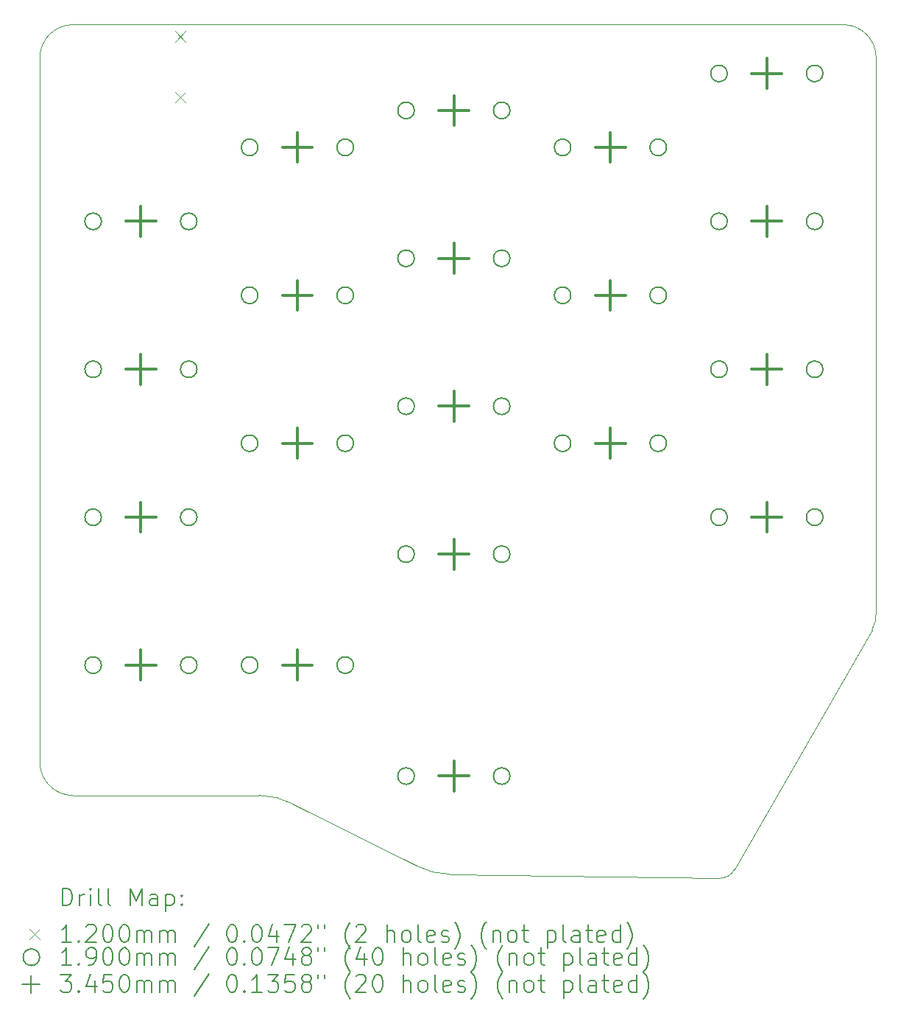
<source format=gbr>
%TF.GenerationSoftware,KiCad,Pcbnew,7.0.9-7.0.9~ubuntu22.04.1*%
%TF.CreationDate,2025-04-09T21:41:56+03:00*%
%TF.ProjectId,Keeb,4b656562-2e6b-4696-9361-645f70636258,rev?*%
%TF.SameCoordinates,Original*%
%TF.FileFunction,Drillmap*%
%TF.FilePolarity,Positive*%
%FSLAX45Y45*%
G04 Gerber Fmt 4.5, Leading zero omitted, Abs format (unit mm)*
G04 Created by KiCad (PCBNEW 7.0.9-7.0.9~ubuntu22.04.1) date 2025-04-09 21:41:56*
%MOMM*%
%LPD*%
G01*
G04 APERTURE LIST*
%ADD10C,0.050000*%
%ADD11C,0.200000*%
%ADD12C,0.120000*%
%ADD13C,0.190000*%
%ADD14C,0.345000*%
G04 APERTURE END LIST*
D10*
X13165124Y-12324546D02*
G75*
G03*
X12784125Y-12229294I-381004J-714374D01*
G01*
X10260000Y-3752044D02*
X10260000Y-11848294D01*
X19880250Y-10133794D02*
X19880250Y-3752044D01*
X13165125Y-12324544D02*
X14593875Y-13038919D01*
X10641000Y-3371045D02*
G75*
G03*
X10260000Y-3752044I-1J-380999D01*
G01*
X18070500Y-13181796D02*
G75*
G03*
X18250944Y-13081516I8120J197876D01*
G01*
X14593876Y-13038918D02*
G75*
G03*
X14974875Y-13134169I381004J714378D01*
G01*
X19499250Y-3371044D02*
X10641000Y-3371044D01*
X19832623Y-10324293D02*
G75*
G03*
X19880250Y-10133794I-357183J190503D01*
G01*
X18250944Y-13081516D02*
X19832625Y-10324294D01*
X19880246Y-3752044D02*
G75*
G03*
X19499250Y-3371044I-380996J4D01*
G01*
X18070500Y-13181794D02*
X14974875Y-13134169D01*
X10259996Y-11848294D02*
G75*
G03*
X10641000Y-12229294I381004J4D01*
G01*
X12784125Y-12229294D02*
X10641000Y-12229294D01*
D11*
D12*
X11812500Y-3446794D02*
X11932500Y-3566794D01*
X11932500Y-3446794D02*
X11812500Y-3566794D01*
X11812500Y-4146794D02*
X11932500Y-4266794D01*
X11932500Y-4146794D02*
X11812500Y-4266794D01*
D13*
X10967500Y-5631794D02*
G75*
G03*
X10967500Y-5631794I-95000J0D01*
G01*
X10967500Y-7331794D02*
G75*
G03*
X10967500Y-7331794I-95000J0D01*
G01*
X10967500Y-9031794D02*
G75*
G03*
X10967500Y-9031794I-95000J0D01*
G01*
X10967500Y-10731794D02*
G75*
G03*
X10967500Y-10731794I-95000J0D01*
G01*
X12067500Y-5631794D02*
G75*
G03*
X12067500Y-5631794I-95000J0D01*
G01*
X12067500Y-7331794D02*
G75*
G03*
X12067500Y-7331794I-95000J0D01*
G01*
X12067500Y-9031794D02*
G75*
G03*
X12067500Y-9031794I-95000J0D01*
G01*
X12067500Y-10731794D02*
G75*
G03*
X12067500Y-10731794I-95000J0D01*
G01*
X12767500Y-4781794D02*
G75*
G03*
X12767500Y-4781794I-95000J0D01*
G01*
X12767500Y-6481794D02*
G75*
G03*
X12767500Y-6481794I-95000J0D01*
G01*
X12767500Y-8181794D02*
G75*
G03*
X12767500Y-8181794I-95000J0D01*
G01*
X12767500Y-10731794D02*
G75*
G03*
X12767500Y-10731794I-95000J0D01*
G01*
X13867500Y-4781794D02*
G75*
G03*
X13867500Y-4781794I-95000J0D01*
G01*
X13867500Y-6481794D02*
G75*
G03*
X13867500Y-6481794I-95000J0D01*
G01*
X13867500Y-8181794D02*
G75*
G03*
X13867500Y-8181794I-95000J0D01*
G01*
X13867500Y-10731794D02*
G75*
G03*
X13867500Y-10731794I-95000J0D01*
G01*
X14567500Y-4356794D02*
G75*
G03*
X14567500Y-4356794I-95000J0D01*
G01*
X14567500Y-6056794D02*
G75*
G03*
X14567500Y-6056794I-95000J0D01*
G01*
X14567500Y-7756794D02*
G75*
G03*
X14567500Y-7756794I-95000J0D01*
G01*
X14567500Y-9456794D02*
G75*
G03*
X14567500Y-9456794I-95000J0D01*
G01*
X14567500Y-12006794D02*
G75*
G03*
X14567500Y-12006794I-95000J0D01*
G01*
X15667500Y-4356794D02*
G75*
G03*
X15667500Y-4356794I-95000J0D01*
G01*
X15667500Y-6056794D02*
G75*
G03*
X15667500Y-6056794I-95000J0D01*
G01*
X15667500Y-7756794D02*
G75*
G03*
X15667500Y-7756794I-95000J0D01*
G01*
X15667500Y-9456794D02*
G75*
G03*
X15667500Y-9456794I-95000J0D01*
G01*
X15667500Y-12006794D02*
G75*
G03*
X15667500Y-12006794I-95000J0D01*
G01*
X16367500Y-4781794D02*
G75*
G03*
X16367500Y-4781794I-95000J0D01*
G01*
X16367500Y-6481794D02*
G75*
G03*
X16367500Y-6481794I-95000J0D01*
G01*
X16367500Y-8181794D02*
G75*
G03*
X16367500Y-8181794I-95000J0D01*
G01*
X17467500Y-4781794D02*
G75*
G03*
X17467500Y-4781794I-95000J0D01*
G01*
X17467500Y-6481794D02*
G75*
G03*
X17467500Y-6481794I-95000J0D01*
G01*
X17467500Y-8181794D02*
G75*
G03*
X17467500Y-8181794I-95000J0D01*
G01*
X18167500Y-3931794D02*
G75*
G03*
X18167500Y-3931794I-95000J0D01*
G01*
X18167500Y-5631794D02*
G75*
G03*
X18167500Y-5631794I-95000J0D01*
G01*
X18167500Y-7331794D02*
G75*
G03*
X18167500Y-7331794I-95000J0D01*
G01*
X18167500Y-9031794D02*
G75*
G03*
X18167500Y-9031794I-95000J0D01*
G01*
X19267500Y-3931794D02*
G75*
G03*
X19267500Y-3931794I-95000J0D01*
G01*
X19267500Y-5631794D02*
G75*
G03*
X19267500Y-5631794I-95000J0D01*
G01*
X19267500Y-7331794D02*
G75*
G03*
X19267500Y-7331794I-95000J0D01*
G01*
X19267500Y-9031794D02*
G75*
G03*
X19267500Y-9031794I-95000J0D01*
G01*
D14*
X11422500Y-5459294D02*
X11422500Y-5804294D01*
X11250000Y-5631794D02*
X11595000Y-5631794D01*
X11422500Y-7159294D02*
X11422500Y-7504294D01*
X11250000Y-7331794D02*
X11595000Y-7331794D01*
X11422500Y-8859294D02*
X11422500Y-9204294D01*
X11250000Y-9031794D02*
X11595000Y-9031794D01*
X11422500Y-10559294D02*
X11422500Y-10904294D01*
X11250000Y-10731794D02*
X11595000Y-10731794D01*
X13222500Y-4609294D02*
X13222500Y-4954294D01*
X13050000Y-4781794D02*
X13395000Y-4781794D01*
X13222500Y-6309294D02*
X13222500Y-6654294D01*
X13050000Y-6481794D02*
X13395000Y-6481794D01*
X13222500Y-8009294D02*
X13222500Y-8354294D01*
X13050000Y-8181794D02*
X13395000Y-8181794D01*
X13222500Y-10559294D02*
X13222500Y-10904294D01*
X13050000Y-10731794D02*
X13395000Y-10731794D01*
X15022500Y-4184294D02*
X15022500Y-4529294D01*
X14850000Y-4356794D02*
X15195000Y-4356794D01*
X15022500Y-5884294D02*
X15022500Y-6229294D01*
X14850000Y-6056794D02*
X15195000Y-6056794D01*
X15022500Y-7584294D02*
X15022500Y-7929294D01*
X14850000Y-7756794D02*
X15195000Y-7756794D01*
X15022500Y-9284294D02*
X15022500Y-9629294D01*
X14850000Y-9456794D02*
X15195000Y-9456794D01*
X15022500Y-11834294D02*
X15022500Y-12179294D01*
X14850000Y-12006794D02*
X15195000Y-12006794D01*
X16822500Y-4609294D02*
X16822500Y-4954294D01*
X16650000Y-4781794D02*
X16995000Y-4781794D01*
X16822500Y-6309294D02*
X16822500Y-6654294D01*
X16650000Y-6481794D02*
X16995000Y-6481794D01*
X16822500Y-8009294D02*
X16822500Y-8354294D01*
X16650000Y-8181794D02*
X16995000Y-8181794D01*
X18622500Y-3759294D02*
X18622500Y-4104294D01*
X18450000Y-3931794D02*
X18795000Y-3931794D01*
X18622500Y-5459294D02*
X18622500Y-5804294D01*
X18450000Y-5631794D02*
X18795000Y-5631794D01*
X18622500Y-7159294D02*
X18622500Y-7504294D01*
X18450000Y-7331794D02*
X18795000Y-7331794D01*
X18622500Y-8859294D02*
X18622500Y-9204294D01*
X18450000Y-9031794D02*
X18795000Y-9031794D01*
D11*
X10518277Y-13495946D02*
X10518277Y-13295946D01*
X10518277Y-13295946D02*
X10565896Y-13295946D01*
X10565896Y-13295946D02*
X10594467Y-13305470D01*
X10594467Y-13305470D02*
X10613515Y-13324517D01*
X10613515Y-13324517D02*
X10623039Y-13343565D01*
X10623039Y-13343565D02*
X10632563Y-13381660D01*
X10632563Y-13381660D02*
X10632563Y-13410232D01*
X10632563Y-13410232D02*
X10623039Y-13448327D01*
X10623039Y-13448327D02*
X10613515Y-13467374D01*
X10613515Y-13467374D02*
X10594467Y-13486422D01*
X10594467Y-13486422D02*
X10565896Y-13495946D01*
X10565896Y-13495946D02*
X10518277Y-13495946D01*
X10718277Y-13495946D02*
X10718277Y-13362613D01*
X10718277Y-13400708D02*
X10727801Y-13381660D01*
X10727801Y-13381660D02*
X10737324Y-13372136D01*
X10737324Y-13372136D02*
X10756372Y-13362613D01*
X10756372Y-13362613D02*
X10775420Y-13362613D01*
X10842086Y-13495946D02*
X10842086Y-13362613D01*
X10842086Y-13295946D02*
X10832563Y-13305470D01*
X10832563Y-13305470D02*
X10842086Y-13314994D01*
X10842086Y-13314994D02*
X10851610Y-13305470D01*
X10851610Y-13305470D02*
X10842086Y-13295946D01*
X10842086Y-13295946D02*
X10842086Y-13314994D01*
X10965896Y-13495946D02*
X10946848Y-13486422D01*
X10946848Y-13486422D02*
X10937324Y-13467374D01*
X10937324Y-13467374D02*
X10937324Y-13295946D01*
X11070658Y-13495946D02*
X11051610Y-13486422D01*
X11051610Y-13486422D02*
X11042086Y-13467374D01*
X11042086Y-13467374D02*
X11042086Y-13295946D01*
X11299229Y-13495946D02*
X11299229Y-13295946D01*
X11299229Y-13295946D02*
X11365896Y-13438803D01*
X11365896Y-13438803D02*
X11432562Y-13295946D01*
X11432562Y-13295946D02*
X11432562Y-13495946D01*
X11613515Y-13495946D02*
X11613515Y-13391184D01*
X11613515Y-13391184D02*
X11603991Y-13372136D01*
X11603991Y-13372136D02*
X11584943Y-13362613D01*
X11584943Y-13362613D02*
X11546848Y-13362613D01*
X11546848Y-13362613D02*
X11527801Y-13372136D01*
X11613515Y-13486422D02*
X11594467Y-13495946D01*
X11594467Y-13495946D02*
X11546848Y-13495946D01*
X11546848Y-13495946D02*
X11527801Y-13486422D01*
X11527801Y-13486422D02*
X11518277Y-13467374D01*
X11518277Y-13467374D02*
X11518277Y-13448327D01*
X11518277Y-13448327D02*
X11527801Y-13429279D01*
X11527801Y-13429279D02*
X11546848Y-13419755D01*
X11546848Y-13419755D02*
X11594467Y-13419755D01*
X11594467Y-13419755D02*
X11613515Y-13410232D01*
X11708753Y-13362613D02*
X11708753Y-13562613D01*
X11708753Y-13372136D02*
X11727801Y-13362613D01*
X11727801Y-13362613D02*
X11765896Y-13362613D01*
X11765896Y-13362613D02*
X11784943Y-13372136D01*
X11784943Y-13372136D02*
X11794467Y-13381660D01*
X11794467Y-13381660D02*
X11803991Y-13400708D01*
X11803991Y-13400708D02*
X11803991Y-13457851D01*
X11803991Y-13457851D02*
X11794467Y-13476898D01*
X11794467Y-13476898D02*
X11784943Y-13486422D01*
X11784943Y-13486422D02*
X11765896Y-13495946D01*
X11765896Y-13495946D02*
X11727801Y-13495946D01*
X11727801Y-13495946D02*
X11708753Y-13486422D01*
X11889705Y-13476898D02*
X11899229Y-13486422D01*
X11899229Y-13486422D02*
X11889705Y-13495946D01*
X11889705Y-13495946D02*
X11880182Y-13486422D01*
X11880182Y-13486422D02*
X11889705Y-13476898D01*
X11889705Y-13476898D02*
X11889705Y-13495946D01*
X11889705Y-13372136D02*
X11899229Y-13381660D01*
X11899229Y-13381660D02*
X11889705Y-13391184D01*
X11889705Y-13391184D02*
X11880182Y-13381660D01*
X11880182Y-13381660D02*
X11889705Y-13372136D01*
X11889705Y-13372136D02*
X11889705Y-13391184D01*
D12*
X10137500Y-13764462D02*
X10257500Y-13884462D01*
X10257500Y-13764462D02*
X10137500Y-13884462D01*
D11*
X10623039Y-13915946D02*
X10508753Y-13915946D01*
X10565896Y-13915946D02*
X10565896Y-13715946D01*
X10565896Y-13715946D02*
X10546848Y-13744517D01*
X10546848Y-13744517D02*
X10527801Y-13763565D01*
X10527801Y-13763565D02*
X10508753Y-13773089D01*
X10708753Y-13896898D02*
X10718277Y-13906422D01*
X10718277Y-13906422D02*
X10708753Y-13915946D01*
X10708753Y-13915946D02*
X10699229Y-13906422D01*
X10699229Y-13906422D02*
X10708753Y-13896898D01*
X10708753Y-13896898D02*
X10708753Y-13915946D01*
X10794467Y-13734994D02*
X10803991Y-13725470D01*
X10803991Y-13725470D02*
X10823039Y-13715946D01*
X10823039Y-13715946D02*
X10870658Y-13715946D01*
X10870658Y-13715946D02*
X10889705Y-13725470D01*
X10889705Y-13725470D02*
X10899229Y-13734994D01*
X10899229Y-13734994D02*
X10908753Y-13754041D01*
X10908753Y-13754041D02*
X10908753Y-13773089D01*
X10908753Y-13773089D02*
X10899229Y-13801660D01*
X10899229Y-13801660D02*
X10784944Y-13915946D01*
X10784944Y-13915946D02*
X10908753Y-13915946D01*
X11032563Y-13715946D02*
X11051610Y-13715946D01*
X11051610Y-13715946D02*
X11070658Y-13725470D01*
X11070658Y-13725470D02*
X11080182Y-13734994D01*
X11080182Y-13734994D02*
X11089705Y-13754041D01*
X11089705Y-13754041D02*
X11099229Y-13792136D01*
X11099229Y-13792136D02*
X11099229Y-13839755D01*
X11099229Y-13839755D02*
X11089705Y-13877851D01*
X11089705Y-13877851D02*
X11080182Y-13896898D01*
X11080182Y-13896898D02*
X11070658Y-13906422D01*
X11070658Y-13906422D02*
X11051610Y-13915946D01*
X11051610Y-13915946D02*
X11032563Y-13915946D01*
X11032563Y-13915946D02*
X11013515Y-13906422D01*
X11013515Y-13906422D02*
X11003991Y-13896898D01*
X11003991Y-13896898D02*
X10994467Y-13877851D01*
X10994467Y-13877851D02*
X10984944Y-13839755D01*
X10984944Y-13839755D02*
X10984944Y-13792136D01*
X10984944Y-13792136D02*
X10994467Y-13754041D01*
X10994467Y-13754041D02*
X11003991Y-13734994D01*
X11003991Y-13734994D02*
X11013515Y-13725470D01*
X11013515Y-13725470D02*
X11032563Y-13715946D01*
X11223039Y-13715946D02*
X11242086Y-13715946D01*
X11242086Y-13715946D02*
X11261134Y-13725470D01*
X11261134Y-13725470D02*
X11270658Y-13734994D01*
X11270658Y-13734994D02*
X11280182Y-13754041D01*
X11280182Y-13754041D02*
X11289705Y-13792136D01*
X11289705Y-13792136D02*
X11289705Y-13839755D01*
X11289705Y-13839755D02*
X11280182Y-13877851D01*
X11280182Y-13877851D02*
X11270658Y-13896898D01*
X11270658Y-13896898D02*
X11261134Y-13906422D01*
X11261134Y-13906422D02*
X11242086Y-13915946D01*
X11242086Y-13915946D02*
X11223039Y-13915946D01*
X11223039Y-13915946D02*
X11203991Y-13906422D01*
X11203991Y-13906422D02*
X11194467Y-13896898D01*
X11194467Y-13896898D02*
X11184943Y-13877851D01*
X11184943Y-13877851D02*
X11175420Y-13839755D01*
X11175420Y-13839755D02*
X11175420Y-13792136D01*
X11175420Y-13792136D02*
X11184943Y-13754041D01*
X11184943Y-13754041D02*
X11194467Y-13734994D01*
X11194467Y-13734994D02*
X11203991Y-13725470D01*
X11203991Y-13725470D02*
X11223039Y-13715946D01*
X11375420Y-13915946D02*
X11375420Y-13782613D01*
X11375420Y-13801660D02*
X11384943Y-13792136D01*
X11384943Y-13792136D02*
X11403991Y-13782613D01*
X11403991Y-13782613D02*
X11432563Y-13782613D01*
X11432563Y-13782613D02*
X11451610Y-13792136D01*
X11451610Y-13792136D02*
X11461134Y-13811184D01*
X11461134Y-13811184D02*
X11461134Y-13915946D01*
X11461134Y-13811184D02*
X11470658Y-13792136D01*
X11470658Y-13792136D02*
X11489705Y-13782613D01*
X11489705Y-13782613D02*
X11518277Y-13782613D01*
X11518277Y-13782613D02*
X11537324Y-13792136D01*
X11537324Y-13792136D02*
X11546848Y-13811184D01*
X11546848Y-13811184D02*
X11546848Y-13915946D01*
X11642086Y-13915946D02*
X11642086Y-13782613D01*
X11642086Y-13801660D02*
X11651610Y-13792136D01*
X11651610Y-13792136D02*
X11670658Y-13782613D01*
X11670658Y-13782613D02*
X11699229Y-13782613D01*
X11699229Y-13782613D02*
X11718277Y-13792136D01*
X11718277Y-13792136D02*
X11727801Y-13811184D01*
X11727801Y-13811184D02*
X11727801Y-13915946D01*
X11727801Y-13811184D02*
X11737324Y-13792136D01*
X11737324Y-13792136D02*
X11756372Y-13782613D01*
X11756372Y-13782613D02*
X11784943Y-13782613D01*
X11784943Y-13782613D02*
X11803991Y-13792136D01*
X11803991Y-13792136D02*
X11813515Y-13811184D01*
X11813515Y-13811184D02*
X11813515Y-13915946D01*
X12203991Y-13706422D02*
X12032563Y-13963565D01*
X12461134Y-13715946D02*
X12480182Y-13715946D01*
X12480182Y-13715946D02*
X12499229Y-13725470D01*
X12499229Y-13725470D02*
X12508753Y-13734994D01*
X12508753Y-13734994D02*
X12518277Y-13754041D01*
X12518277Y-13754041D02*
X12527801Y-13792136D01*
X12527801Y-13792136D02*
X12527801Y-13839755D01*
X12527801Y-13839755D02*
X12518277Y-13877851D01*
X12518277Y-13877851D02*
X12508753Y-13896898D01*
X12508753Y-13896898D02*
X12499229Y-13906422D01*
X12499229Y-13906422D02*
X12480182Y-13915946D01*
X12480182Y-13915946D02*
X12461134Y-13915946D01*
X12461134Y-13915946D02*
X12442086Y-13906422D01*
X12442086Y-13906422D02*
X12432563Y-13896898D01*
X12432563Y-13896898D02*
X12423039Y-13877851D01*
X12423039Y-13877851D02*
X12413515Y-13839755D01*
X12413515Y-13839755D02*
X12413515Y-13792136D01*
X12413515Y-13792136D02*
X12423039Y-13754041D01*
X12423039Y-13754041D02*
X12432563Y-13734994D01*
X12432563Y-13734994D02*
X12442086Y-13725470D01*
X12442086Y-13725470D02*
X12461134Y-13715946D01*
X12613515Y-13896898D02*
X12623039Y-13906422D01*
X12623039Y-13906422D02*
X12613515Y-13915946D01*
X12613515Y-13915946D02*
X12603991Y-13906422D01*
X12603991Y-13906422D02*
X12613515Y-13896898D01*
X12613515Y-13896898D02*
X12613515Y-13915946D01*
X12746848Y-13715946D02*
X12765896Y-13715946D01*
X12765896Y-13715946D02*
X12784944Y-13725470D01*
X12784944Y-13725470D02*
X12794467Y-13734994D01*
X12794467Y-13734994D02*
X12803991Y-13754041D01*
X12803991Y-13754041D02*
X12813515Y-13792136D01*
X12813515Y-13792136D02*
X12813515Y-13839755D01*
X12813515Y-13839755D02*
X12803991Y-13877851D01*
X12803991Y-13877851D02*
X12794467Y-13896898D01*
X12794467Y-13896898D02*
X12784944Y-13906422D01*
X12784944Y-13906422D02*
X12765896Y-13915946D01*
X12765896Y-13915946D02*
X12746848Y-13915946D01*
X12746848Y-13915946D02*
X12727801Y-13906422D01*
X12727801Y-13906422D02*
X12718277Y-13896898D01*
X12718277Y-13896898D02*
X12708753Y-13877851D01*
X12708753Y-13877851D02*
X12699229Y-13839755D01*
X12699229Y-13839755D02*
X12699229Y-13792136D01*
X12699229Y-13792136D02*
X12708753Y-13754041D01*
X12708753Y-13754041D02*
X12718277Y-13734994D01*
X12718277Y-13734994D02*
X12727801Y-13725470D01*
X12727801Y-13725470D02*
X12746848Y-13715946D01*
X12984944Y-13782613D02*
X12984944Y-13915946D01*
X12937325Y-13706422D02*
X12889706Y-13849279D01*
X12889706Y-13849279D02*
X13013515Y-13849279D01*
X13070658Y-13715946D02*
X13203991Y-13715946D01*
X13203991Y-13715946D02*
X13118277Y-13915946D01*
X13270658Y-13734994D02*
X13280182Y-13725470D01*
X13280182Y-13725470D02*
X13299229Y-13715946D01*
X13299229Y-13715946D02*
X13346848Y-13715946D01*
X13346848Y-13715946D02*
X13365896Y-13725470D01*
X13365896Y-13725470D02*
X13375420Y-13734994D01*
X13375420Y-13734994D02*
X13384944Y-13754041D01*
X13384944Y-13754041D02*
X13384944Y-13773089D01*
X13384944Y-13773089D02*
X13375420Y-13801660D01*
X13375420Y-13801660D02*
X13261134Y-13915946D01*
X13261134Y-13915946D02*
X13384944Y-13915946D01*
X13461134Y-13715946D02*
X13461134Y-13754041D01*
X13537325Y-13715946D02*
X13537325Y-13754041D01*
X13832563Y-13992136D02*
X13823039Y-13982613D01*
X13823039Y-13982613D02*
X13803991Y-13954041D01*
X13803991Y-13954041D02*
X13794468Y-13934994D01*
X13794468Y-13934994D02*
X13784944Y-13906422D01*
X13784944Y-13906422D02*
X13775420Y-13858803D01*
X13775420Y-13858803D02*
X13775420Y-13820708D01*
X13775420Y-13820708D02*
X13784944Y-13773089D01*
X13784944Y-13773089D02*
X13794468Y-13744517D01*
X13794468Y-13744517D02*
X13803991Y-13725470D01*
X13803991Y-13725470D02*
X13823039Y-13696898D01*
X13823039Y-13696898D02*
X13832563Y-13687374D01*
X13899229Y-13734994D02*
X13908753Y-13725470D01*
X13908753Y-13725470D02*
X13927801Y-13715946D01*
X13927801Y-13715946D02*
X13975420Y-13715946D01*
X13975420Y-13715946D02*
X13994468Y-13725470D01*
X13994468Y-13725470D02*
X14003991Y-13734994D01*
X14003991Y-13734994D02*
X14013515Y-13754041D01*
X14013515Y-13754041D02*
X14013515Y-13773089D01*
X14013515Y-13773089D02*
X14003991Y-13801660D01*
X14003991Y-13801660D02*
X13889706Y-13915946D01*
X13889706Y-13915946D02*
X14013515Y-13915946D01*
X14251610Y-13915946D02*
X14251610Y-13715946D01*
X14337325Y-13915946D02*
X14337325Y-13811184D01*
X14337325Y-13811184D02*
X14327801Y-13792136D01*
X14327801Y-13792136D02*
X14308753Y-13782613D01*
X14308753Y-13782613D02*
X14280182Y-13782613D01*
X14280182Y-13782613D02*
X14261134Y-13792136D01*
X14261134Y-13792136D02*
X14251610Y-13801660D01*
X14461134Y-13915946D02*
X14442087Y-13906422D01*
X14442087Y-13906422D02*
X14432563Y-13896898D01*
X14432563Y-13896898D02*
X14423039Y-13877851D01*
X14423039Y-13877851D02*
X14423039Y-13820708D01*
X14423039Y-13820708D02*
X14432563Y-13801660D01*
X14432563Y-13801660D02*
X14442087Y-13792136D01*
X14442087Y-13792136D02*
X14461134Y-13782613D01*
X14461134Y-13782613D02*
X14489706Y-13782613D01*
X14489706Y-13782613D02*
X14508753Y-13792136D01*
X14508753Y-13792136D02*
X14518277Y-13801660D01*
X14518277Y-13801660D02*
X14527801Y-13820708D01*
X14527801Y-13820708D02*
X14527801Y-13877851D01*
X14527801Y-13877851D02*
X14518277Y-13896898D01*
X14518277Y-13896898D02*
X14508753Y-13906422D01*
X14508753Y-13906422D02*
X14489706Y-13915946D01*
X14489706Y-13915946D02*
X14461134Y-13915946D01*
X14642087Y-13915946D02*
X14623039Y-13906422D01*
X14623039Y-13906422D02*
X14613515Y-13887374D01*
X14613515Y-13887374D02*
X14613515Y-13715946D01*
X14794468Y-13906422D02*
X14775420Y-13915946D01*
X14775420Y-13915946D02*
X14737325Y-13915946D01*
X14737325Y-13915946D02*
X14718277Y-13906422D01*
X14718277Y-13906422D02*
X14708753Y-13887374D01*
X14708753Y-13887374D02*
X14708753Y-13811184D01*
X14708753Y-13811184D02*
X14718277Y-13792136D01*
X14718277Y-13792136D02*
X14737325Y-13782613D01*
X14737325Y-13782613D02*
X14775420Y-13782613D01*
X14775420Y-13782613D02*
X14794468Y-13792136D01*
X14794468Y-13792136D02*
X14803991Y-13811184D01*
X14803991Y-13811184D02*
X14803991Y-13830232D01*
X14803991Y-13830232D02*
X14708753Y-13849279D01*
X14880182Y-13906422D02*
X14899230Y-13915946D01*
X14899230Y-13915946D02*
X14937325Y-13915946D01*
X14937325Y-13915946D02*
X14956372Y-13906422D01*
X14956372Y-13906422D02*
X14965896Y-13887374D01*
X14965896Y-13887374D02*
X14965896Y-13877851D01*
X14965896Y-13877851D02*
X14956372Y-13858803D01*
X14956372Y-13858803D02*
X14937325Y-13849279D01*
X14937325Y-13849279D02*
X14908753Y-13849279D01*
X14908753Y-13849279D02*
X14889706Y-13839755D01*
X14889706Y-13839755D02*
X14880182Y-13820708D01*
X14880182Y-13820708D02*
X14880182Y-13811184D01*
X14880182Y-13811184D02*
X14889706Y-13792136D01*
X14889706Y-13792136D02*
X14908753Y-13782613D01*
X14908753Y-13782613D02*
X14937325Y-13782613D01*
X14937325Y-13782613D02*
X14956372Y-13792136D01*
X15032563Y-13992136D02*
X15042087Y-13982613D01*
X15042087Y-13982613D02*
X15061134Y-13954041D01*
X15061134Y-13954041D02*
X15070658Y-13934994D01*
X15070658Y-13934994D02*
X15080182Y-13906422D01*
X15080182Y-13906422D02*
X15089706Y-13858803D01*
X15089706Y-13858803D02*
X15089706Y-13820708D01*
X15089706Y-13820708D02*
X15080182Y-13773089D01*
X15080182Y-13773089D02*
X15070658Y-13744517D01*
X15070658Y-13744517D02*
X15061134Y-13725470D01*
X15061134Y-13725470D02*
X15042087Y-13696898D01*
X15042087Y-13696898D02*
X15032563Y-13687374D01*
X15394468Y-13992136D02*
X15384944Y-13982613D01*
X15384944Y-13982613D02*
X15365896Y-13954041D01*
X15365896Y-13954041D02*
X15356372Y-13934994D01*
X15356372Y-13934994D02*
X15346849Y-13906422D01*
X15346849Y-13906422D02*
X15337325Y-13858803D01*
X15337325Y-13858803D02*
X15337325Y-13820708D01*
X15337325Y-13820708D02*
X15346849Y-13773089D01*
X15346849Y-13773089D02*
X15356372Y-13744517D01*
X15356372Y-13744517D02*
X15365896Y-13725470D01*
X15365896Y-13725470D02*
X15384944Y-13696898D01*
X15384944Y-13696898D02*
X15394468Y-13687374D01*
X15470658Y-13782613D02*
X15470658Y-13915946D01*
X15470658Y-13801660D02*
X15480182Y-13792136D01*
X15480182Y-13792136D02*
X15499230Y-13782613D01*
X15499230Y-13782613D02*
X15527801Y-13782613D01*
X15527801Y-13782613D02*
X15546849Y-13792136D01*
X15546849Y-13792136D02*
X15556372Y-13811184D01*
X15556372Y-13811184D02*
X15556372Y-13915946D01*
X15680182Y-13915946D02*
X15661134Y-13906422D01*
X15661134Y-13906422D02*
X15651611Y-13896898D01*
X15651611Y-13896898D02*
X15642087Y-13877851D01*
X15642087Y-13877851D02*
X15642087Y-13820708D01*
X15642087Y-13820708D02*
X15651611Y-13801660D01*
X15651611Y-13801660D02*
X15661134Y-13792136D01*
X15661134Y-13792136D02*
X15680182Y-13782613D01*
X15680182Y-13782613D02*
X15708753Y-13782613D01*
X15708753Y-13782613D02*
X15727801Y-13792136D01*
X15727801Y-13792136D02*
X15737325Y-13801660D01*
X15737325Y-13801660D02*
X15746849Y-13820708D01*
X15746849Y-13820708D02*
X15746849Y-13877851D01*
X15746849Y-13877851D02*
X15737325Y-13896898D01*
X15737325Y-13896898D02*
X15727801Y-13906422D01*
X15727801Y-13906422D02*
X15708753Y-13915946D01*
X15708753Y-13915946D02*
X15680182Y-13915946D01*
X15803992Y-13782613D02*
X15880182Y-13782613D01*
X15832563Y-13715946D02*
X15832563Y-13887374D01*
X15832563Y-13887374D02*
X15842087Y-13906422D01*
X15842087Y-13906422D02*
X15861134Y-13915946D01*
X15861134Y-13915946D02*
X15880182Y-13915946D01*
X16099230Y-13782613D02*
X16099230Y-13982613D01*
X16099230Y-13792136D02*
X16118277Y-13782613D01*
X16118277Y-13782613D02*
X16156373Y-13782613D01*
X16156373Y-13782613D02*
X16175420Y-13792136D01*
X16175420Y-13792136D02*
X16184944Y-13801660D01*
X16184944Y-13801660D02*
X16194468Y-13820708D01*
X16194468Y-13820708D02*
X16194468Y-13877851D01*
X16194468Y-13877851D02*
X16184944Y-13896898D01*
X16184944Y-13896898D02*
X16175420Y-13906422D01*
X16175420Y-13906422D02*
X16156373Y-13915946D01*
X16156373Y-13915946D02*
X16118277Y-13915946D01*
X16118277Y-13915946D02*
X16099230Y-13906422D01*
X16308753Y-13915946D02*
X16289706Y-13906422D01*
X16289706Y-13906422D02*
X16280182Y-13887374D01*
X16280182Y-13887374D02*
X16280182Y-13715946D01*
X16470658Y-13915946D02*
X16470658Y-13811184D01*
X16470658Y-13811184D02*
X16461134Y-13792136D01*
X16461134Y-13792136D02*
X16442087Y-13782613D01*
X16442087Y-13782613D02*
X16403992Y-13782613D01*
X16403992Y-13782613D02*
X16384944Y-13792136D01*
X16470658Y-13906422D02*
X16451611Y-13915946D01*
X16451611Y-13915946D02*
X16403992Y-13915946D01*
X16403992Y-13915946D02*
X16384944Y-13906422D01*
X16384944Y-13906422D02*
X16375420Y-13887374D01*
X16375420Y-13887374D02*
X16375420Y-13868327D01*
X16375420Y-13868327D02*
X16384944Y-13849279D01*
X16384944Y-13849279D02*
X16403992Y-13839755D01*
X16403992Y-13839755D02*
X16451611Y-13839755D01*
X16451611Y-13839755D02*
X16470658Y-13830232D01*
X16537325Y-13782613D02*
X16613515Y-13782613D01*
X16565896Y-13715946D02*
X16565896Y-13887374D01*
X16565896Y-13887374D02*
X16575420Y-13906422D01*
X16575420Y-13906422D02*
X16594468Y-13915946D01*
X16594468Y-13915946D02*
X16613515Y-13915946D01*
X16756373Y-13906422D02*
X16737325Y-13915946D01*
X16737325Y-13915946D02*
X16699230Y-13915946D01*
X16699230Y-13915946D02*
X16680182Y-13906422D01*
X16680182Y-13906422D02*
X16670658Y-13887374D01*
X16670658Y-13887374D02*
X16670658Y-13811184D01*
X16670658Y-13811184D02*
X16680182Y-13792136D01*
X16680182Y-13792136D02*
X16699230Y-13782613D01*
X16699230Y-13782613D02*
X16737325Y-13782613D01*
X16737325Y-13782613D02*
X16756373Y-13792136D01*
X16756373Y-13792136D02*
X16765896Y-13811184D01*
X16765896Y-13811184D02*
X16765896Y-13830232D01*
X16765896Y-13830232D02*
X16670658Y-13849279D01*
X16937325Y-13915946D02*
X16937325Y-13715946D01*
X16937325Y-13906422D02*
X16918277Y-13915946D01*
X16918277Y-13915946D02*
X16880182Y-13915946D01*
X16880182Y-13915946D02*
X16861135Y-13906422D01*
X16861135Y-13906422D02*
X16851611Y-13896898D01*
X16851611Y-13896898D02*
X16842087Y-13877851D01*
X16842087Y-13877851D02*
X16842087Y-13820708D01*
X16842087Y-13820708D02*
X16851611Y-13801660D01*
X16851611Y-13801660D02*
X16861135Y-13792136D01*
X16861135Y-13792136D02*
X16880182Y-13782613D01*
X16880182Y-13782613D02*
X16918277Y-13782613D01*
X16918277Y-13782613D02*
X16937325Y-13792136D01*
X17013516Y-13992136D02*
X17023039Y-13982613D01*
X17023039Y-13982613D02*
X17042087Y-13954041D01*
X17042087Y-13954041D02*
X17051611Y-13934994D01*
X17051611Y-13934994D02*
X17061135Y-13906422D01*
X17061135Y-13906422D02*
X17070658Y-13858803D01*
X17070658Y-13858803D02*
X17070658Y-13820708D01*
X17070658Y-13820708D02*
X17061135Y-13773089D01*
X17061135Y-13773089D02*
X17051611Y-13744517D01*
X17051611Y-13744517D02*
X17042087Y-13725470D01*
X17042087Y-13725470D02*
X17023039Y-13696898D01*
X17023039Y-13696898D02*
X17013516Y-13687374D01*
D13*
X10257500Y-14088462D02*
G75*
G03*
X10257500Y-14088462I-95000J0D01*
G01*
D11*
X10623039Y-14179946D02*
X10508753Y-14179946D01*
X10565896Y-14179946D02*
X10565896Y-13979946D01*
X10565896Y-13979946D02*
X10546848Y-14008517D01*
X10546848Y-14008517D02*
X10527801Y-14027565D01*
X10527801Y-14027565D02*
X10508753Y-14037089D01*
X10708753Y-14160898D02*
X10718277Y-14170422D01*
X10718277Y-14170422D02*
X10708753Y-14179946D01*
X10708753Y-14179946D02*
X10699229Y-14170422D01*
X10699229Y-14170422D02*
X10708753Y-14160898D01*
X10708753Y-14160898D02*
X10708753Y-14179946D01*
X10813515Y-14179946D02*
X10851610Y-14179946D01*
X10851610Y-14179946D02*
X10870658Y-14170422D01*
X10870658Y-14170422D02*
X10880182Y-14160898D01*
X10880182Y-14160898D02*
X10899229Y-14132327D01*
X10899229Y-14132327D02*
X10908753Y-14094232D01*
X10908753Y-14094232D02*
X10908753Y-14018041D01*
X10908753Y-14018041D02*
X10899229Y-13998994D01*
X10899229Y-13998994D02*
X10889705Y-13989470D01*
X10889705Y-13989470D02*
X10870658Y-13979946D01*
X10870658Y-13979946D02*
X10832563Y-13979946D01*
X10832563Y-13979946D02*
X10813515Y-13989470D01*
X10813515Y-13989470D02*
X10803991Y-13998994D01*
X10803991Y-13998994D02*
X10794467Y-14018041D01*
X10794467Y-14018041D02*
X10794467Y-14065660D01*
X10794467Y-14065660D02*
X10803991Y-14084708D01*
X10803991Y-14084708D02*
X10813515Y-14094232D01*
X10813515Y-14094232D02*
X10832563Y-14103755D01*
X10832563Y-14103755D02*
X10870658Y-14103755D01*
X10870658Y-14103755D02*
X10889705Y-14094232D01*
X10889705Y-14094232D02*
X10899229Y-14084708D01*
X10899229Y-14084708D02*
X10908753Y-14065660D01*
X11032563Y-13979946D02*
X11051610Y-13979946D01*
X11051610Y-13979946D02*
X11070658Y-13989470D01*
X11070658Y-13989470D02*
X11080182Y-13998994D01*
X11080182Y-13998994D02*
X11089705Y-14018041D01*
X11089705Y-14018041D02*
X11099229Y-14056136D01*
X11099229Y-14056136D02*
X11099229Y-14103755D01*
X11099229Y-14103755D02*
X11089705Y-14141851D01*
X11089705Y-14141851D02*
X11080182Y-14160898D01*
X11080182Y-14160898D02*
X11070658Y-14170422D01*
X11070658Y-14170422D02*
X11051610Y-14179946D01*
X11051610Y-14179946D02*
X11032563Y-14179946D01*
X11032563Y-14179946D02*
X11013515Y-14170422D01*
X11013515Y-14170422D02*
X11003991Y-14160898D01*
X11003991Y-14160898D02*
X10994467Y-14141851D01*
X10994467Y-14141851D02*
X10984944Y-14103755D01*
X10984944Y-14103755D02*
X10984944Y-14056136D01*
X10984944Y-14056136D02*
X10994467Y-14018041D01*
X10994467Y-14018041D02*
X11003991Y-13998994D01*
X11003991Y-13998994D02*
X11013515Y-13989470D01*
X11013515Y-13989470D02*
X11032563Y-13979946D01*
X11223039Y-13979946D02*
X11242086Y-13979946D01*
X11242086Y-13979946D02*
X11261134Y-13989470D01*
X11261134Y-13989470D02*
X11270658Y-13998994D01*
X11270658Y-13998994D02*
X11280182Y-14018041D01*
X11280182Y-14018041D02*
X11289705Y-14056136D01*
X11289705Y-14056136D02*
X11289705Y-14103755D01*
X11289705Y-14103755D02*
X11280182Y-14141851D01*
X11280182Y-14141851D02*
X11270658Y-14160898D01*
X11270658Y-14160898D02*
X11261134Y-14170422D01*
X11261134Y-14170422D02*
X11242086Y-14179946D01*
X11242086Y-14179946D02*
X11223039Y-14179946D01*
X11223039Y-14179946D02*
X11203991Y-14170422D01*
X11203991Y-14170422D02*
X11194467Y-14160898D01*
X11194467Y-14160898D02*
X11184943Y-14141851D01*
X11184943Y-14141851D02*
X11175420Y-14103755D01*
X11175420Y-14103755D02*
X11175420Y-14056136D01*
X11175420Y-14056136D02*
X11184943Y-14018041D01*
X11184943Y-14018041D02*
X11194467Y-13998994D01*
X11194467Y-13998994D02*
X11203991Y-13989470D01*
X11203991Y-13989470D02*
X11223039Y-13979946D01*
X11375420Y-14179946D02*
X11375420Y-14046613D01*
X11375420Y-14065660D02*
X11384943Y-14056136D01*
X11384943Y-14056136D02*
X11403991Y-14046613D01*
X11403991Y-14046613D02*
X11432563Y-14046613D01*
X11432563Y-14046613D02*
X11451610Y-14056136D01*
X11451610Y-14056136D02*
X11461134Y-14075184D01*
X11461134Y-14075184D02*
X11461134Y-14179946D01*
X11461134Y-14075184D02*
X11470658Y-14056136D01*
X11470658Y-14056136D02*
X11489705Y-14046613D01*
X11489705Y-14046613D02*
X11518277Y-14046613D01*
X11518277Y-14046613D02*
X11537324Y-14056136D01*
X11537324Y-14056136D02*
X11546848Y-14075184D01*
X11546848Y-14075184D02*
X11546848Y-14179946D01*
X11642086Y-14179946D02*
X11642086Y-14046613D01*
X11642086Y-14065660D02*
X11651610Y-14056136D01*
X11651610Y-14056136D02*
X11670658Y-14046613D01*
X11670658Y-14046613D02*
X11699229Y-14046613D01*
X11699229Y-14046613D02*
X11718277Y-14056136D01*
X11718277Y-14056136D02*
X11727801Y-14075184D01*
X11727801Y-14075184D02*
X11727801Y-14179946D01*
X11727801Y-14075184D02*
X11737324Y-14056136D01*
X11737324Y-14056136D02*
X11756372Y-14046613D01*
X11756372Y-14046613D02*
X11784943Y-14046613D01*
X11784943Y-14046613D02*
X11803991Y-14056136D01*
X11803991Y-14056136D02*
X11813515Y-14075184D01*
X11813515Y-14075184D02*
X11813515Y-14179946D01*
X12203991Y-13970422D02*
X12032563Y-14227565D01*
X12461134Y-13979946D02*
X12480182Y-13979946D01*
X12480182Y-13979946D02*
X12499229Y-13989470D01*
X12499229Y-13989470D02*
X12508753Y-13998994D01*
X12508753Y-13998994D02*
X12518277Y-14018041D01*
X12518277Y-14018041D02*
X12527801Y-14056136D01*
X12527801Y-14056136D02*
X12527801Y-14103755D01*
X12527801Y-14103755D02*
X12518277Y-14141851D01*
X12518277Y-14141851D02*
X12508753Y-14160898D01*
X12508753Y-14160898D02*
X12499229Y-14170422D01*
X12499229Y-14170422D02*
X12480182Y-14179946D01*
X12480182Y-14179946D02*
X12461134Y-14179946D01*
X12461134Y-14179946D02*
X12442086Y-14170422D01*
X12442086Y-14170422D02*
X12432563Y-14160898D01*
X12432563Y-14160898D02*
X12423039Y-14141851D01*
X12423039Y-14141851D02*
X12413515Y-14103755D01*
X12413515Y-14103755D02*
X12413515Y-14056136D01*
X12413515Y-14056136D02*
X12423039Y-14018041D01*
X12423039Y-14018041D02*
X12432563Y-13998994D01*
X12432563Y-13998994D02*
X12442086Y-13989470D01*
X12442086Y-13989470D02*
X12461134Y-13979946D01*
X12613515Y-14160898D02*
X12623039Y-14170422D01*
X12623039Y-14170422D02*
X12613515Y-14179946D01*
X12613515Y-14179946D02*
X12603991Y-14170422D01*
X12603991Y-14170422D02*
X12613515Y-14160898D01*
X12613515Y-14160898D02*
X12613515Y-14179946D01*
X12746848Y-13979946D02*
X12765896Y-13979946D01*
X12765896Y-13979946D02*
X12784944Y-13989470D01*
X12784944Y-13989470D02*
X12794467Y-13998994D01*
X12794467Y-13998994D02*
X12803991Y-14018041D01*
X12803991Y-14018041D02*
X12813515Y-14056136D01*
X12813515Y-14056136D02*
X12813515Y-14103755D01*
X12813515Y-14103755D02*
X12803991Y-14141851D01*
X12803991Y-14141851D02*
X12794467Y-14160898D01*
X12794467Y-14160898D02*
X12784944Y-14170422D01*
X12784944Y-14170422D02*
X12765896Y-14179946D01*
X12765896Y-14179946D02*
X12746848Y-14179946D01*
X12746848Y-14179946D02*
X12727801Y-14170422D01*
X12727801Y-14170422D02*
X12718277Y-14160898D01*
X12718277Y-14160898D02*
X12708753Y-14141851D01*
X12708753Y-14141851D02*
X12699229Y-14103755D01*
X12699229Y-14103755D02*
X12699229Y-14056136D01*
X12699229Y-14056136D02*
X12708753Y-14018041D01*
X12708753Y-14018041D02*
X12718277Y-13998994D01*
X12718277Y-13998994D02*
X12727801Y-13989470D01*
X12727801Y-13989470D02*
X12746848Y-13979946D01*
X12880182Y-13979946D02*
X13013515Y-13979946D01*
X13013515Y-13979946D02*
X12927801Y-14179946D01*
X13175420Y-14046613D02*
X13175420Y-14179946D01*
X13127801Y-13970422D02*
X13080182Y-14113279D01*
X13080182Y-14113279D02*
X13203991Y-14113279D01*
X13308753Y-14065660D02*
X13289706Y-14056136D01*
X13289706Y-14056136D02*
X13280182Y-14046613D01*
X13280182Y-14046613D02*
X13270658Y-14027565D01*
X13270658Y-14027565D02*
X13270658Y-14018041D01*
X13270658Y-14018041D02*
X13280182Y-13998994D01*
X13280182Y-13998994D02*
X13289706Y-13989470D01*
X13289706Y-13989470D02*
X13308753Y-13979946D01*
X13308753Y-13979946D02*
X13346848Y-13979946D01*
X13346848Y-13979946D02*
X13365896Y-13989470D01*
X13365896Y-13989470D02*
X13375420Y-13998994D01*
X13375420Y-13998994D02*
X13384944Y-14018041D01*
X13384944Y-14018041D02*
X13384944Y-14027565D01*
X13384944Y-14027565D02*
X13375420Y-14046613D01*
X13375420Y-14046613D02*
X13365896Y-14056136D01*
X13365896Y-14056136D02*
X13346848Y-14065660D01*
X13346848Y-14065660D02*
X13308753Y-14065660D01*
X13308753Y-14065660D02*
X13289706Y-14075184D01*
X13289706Y-14075184D02*
X13280182Y-14084708D01*
X13280182Y-14084708D02*
X13270658Y-14103755D01*
X13270658Y-14103755D02*
X13270658Y-14141851D01*
X13270658Y-14141851D02*
X13280182Y-14160898D01*
X13280182Y-14160898D02*
X13289706Y-14170422D01*
X13289706Y-14170422D02*
X13308753Y-14179946D01*
X13308753Y-14179946D02*
X13346848Y-14179946D01*
X13346848Y-14179946D02*
X13365896Y-14170422D01*
X13365896Y-14170422D02*
X13375420Y-14160898D01*
X13375420Y-14160898D02*
X13384944Y-14141851D01*
X13384944Y-14141851D02*
X13384944Y-14103755D01*
X13384944Y-14103755D02*
X13375420Y-14084708D01*
X13375420Y-14084708D02*
X13365896Y-14075184D01*
X13365896Y-14075184D02*
X13346848Y-14065660D01*
X13461134Y-13979946D02*
X13461134Y-14018041D01*
X13537325Y-13979946D02*
X13537325Y-14018041D01*
X13832563Y-14256136D02*
X13823039Y-14246613D01*
X13823039Y-14246613D02*
X13803991Y-14218041D01*
X13803991Y-14218041D02*
X13794468Y-14198994D01*
X13794468Y-14198994D02*
X13784944Y-14170422D01*
X13784944Y-14170422D02*
X13775420Y-14122803D01*
X13775420Y-14122803D02*
X13775420Y-14084708D01*
X13775420Y-14084708D02*
X13784944Y-14037089D01*
X13784944Y-14037089D02*
X13794468Y-14008517D01*
X13794468Y-14008517D02*
X13803991Y-13989470D01*
X13803991Y-13989470D02*
X13823039Y-13960898D01*
X13823039Y-13960898D02*
X13832563Y-13951374D01*
X13994468Y-14046613D02*
X13994468Y-14179946D01*
X13946848Y-13970422D02*
X13899229Y-14113279D01*
X13899229Y-14113279D02*
X14023039Y-14113279D01*
X14137325Y-13979946D02*
X14156372Y-13979946D01*
X14156372Y-13979946D02*
X14175420Y-13989470D01*
X14175420Y-13989470D02*
X14184944Y-13998994D01*
X14184944Y-13998994D02*
X14194468Y-14018041D01*
X14194468Y-14018041D02*
X14203991Y-14056136D01*
X14203991Y-14056136D02*
X14203991Y-14103755D01*
X14203991Y-14103755D02*
X14194468Y-14141851D01*
X14194468Y-14141851D02*
X14184944Y-14160898D01*
X14184944Y-14160898D02*
X14175420Y-14170422D01*
X14175420Y-14170422D02*
X14156372Y-14179946D01*
X14156372Y-14179946D02*
X14137325Y-14179946D01*
X14137325Y-14179946D02*
X14118277Y-14170422D01*
X14118277Y-14170422D02*
X14108753Y-14160898D01*
X14108753Y-14160898D02*
X14099229Y-14141851D01*
X14099229Y-14141851D02*
X14089706Y-14103755D01*
X14089706Y-14103755D02*
X14089706Y-14056136D01*
X14089706Y-14056136D02*
X14099229Y-14018041D01*
X14099229Y-14018041D02*
X14108753Y-13998994D01*
X14108753Y-13998994D02*
X14118277Y-13989470D01*
X14118277Y-13989470D02*
X14137325Y-13979946D01*
X14442087Y-14179946D02*
X14442087Y-13979946D01*
X14527801Y-14179946D02*
X14527801Y-14075184D01*
X14527801Y-14075184D02*
X14518277Y-14056136D01*
X14518277Y-14056136D02*
X14499230Y-14046613D01*
X14499230Y-14046613D02*
X14470658Y-14046613D01*
X14470658Y-14046613D02*
X14451610Y-14056136D01*
X14451610Y-14056136D02*
X14442087Y-14065660D01*
X14651610Y-14179946D02*
X14632563Y-14170422D01*
X14632563Y-14170422D02*
X14623039Y-14160898D01*
X14623039Y-14160898D02*
X14613515Y-14141851D01*
X14613515Y-14141851D02*
X14613515Y-14084708D01*
X14613515Y-14084708D02*
X14623039Y-14065660D01*
X14623039Y-14065660D02*
X14632563Y-14056136D01*
X14632563Y-14056136D02*
X14651610Y-14046613D01*
X14651610Y-14046613D02*
X14680182Y-14046613D01*
X14680182Y-14046613D02*
X14699230Y-14056136D01*
X14699230Y-14056136D02*
X14708753Y-14065660D01*
X14708753Y-14065660D02*
X14718277Y-14084708D01*
X14718277Y-14084708D02*
X14718277Y-14141851D01*
X14718277Y-14141851D02*
X14708753Y-14160898D01*
X14708753Y-14160898D02*
X14699230Y-14170422D01*
X14699230Y-14170422D02*
X14680182Y-14179946D01*
X14680182Y-14179946D02*
X14651610Y-14179946D01*
X14832563Y-14179946D02*
X14813515Y-14170422D01*
X14813515Y-14170422D02*
X14803991Y-14151374D01*
X14803991Y-14151374D02*
X14803991Y-13979946D01*
X14984944Y-14170422D02*
X14965896Y-14179946D01*
X14965896Y-14179946D02*
X14927801Y-14179946D01*
X14927801Y-14179946D02*
X14908753Y-14170422D01*
X14908753Y-14170422D02*
X14899230Y-14151374D01*
X14899230Y-14151374D02*
X14899230Y-14075184D01*
X14899230Y-14075184D02*
X14908753Y-14056136D01*
X14908753Y-14056136D02*
X14927801Y-14046613D01*
X14927801Y-14046613D02*
X14965896Y-14046613D01*
X14965896Y-14046613D02*
X14984944Y-14056136D01*
X14984944Y-14056136D02*
X14994468Y-14075184D01*
X14994468Y-14075184D02*
X14994468Y-14094232D01*
X14994468Y-14094232D02*
X14899230Y-14113279D01*
X15070658Y-14170422D02*
X15089706Y-14179946D01*
X15089706Y-14179946D02*
X15127801Y-14179946D01*
X15127801Y-14179946D02*
X15146849Y-14170422D01*
X15146849Y-14170422D02*
X15156372Y-14151374D01*
X15156372Y-14151374D02*
X15156372Y-14141851D01*
X15156372Y-14141851D02*
X15146849Y-14122803D01*
X15146849Y-14122803D02*
X15127801Y-14113279D01*
X15127801Y-14113279D02*
X15099230Y-14113279D01*
X15099230Y-14113279D02*
X15080182Y-14103755D01*
X15080182Y-14103755D02*
X15070658Y-14084708D01*
X15070658Y-14084708D02*
X15070658Y-14075184D01*
X15070658Y-14075184D02*
X15080182Y-14056136D01*
X15080182Y-14056136D02*
X15099230Y-14046613D01*
X15099230Y-14046613D02*
X15127801Y-14046613D01*
X15127801Y-14046613D02*
X15146849Y-14056136D01*
X15223039Y-14256136D02*
X15232563Y-14246613D01*
X15232563Y-14246613D02*
X15251611Y-14218041D01*
X15251611Y-14218041D02*
X15261134Y-14198994D01*
X15261134Y-14198994D02*
X15270658Y-14170422D01*
X15270658Y-14170422D02*
X15280182Y-14122803D01*
X15280182Y-14122803D02*
X15280182Y-14084708D01*
X15280182Y-14084708D02*
X15270658Y-14037089D01*
X15270658Y-14037089D02*
X15261134Y-14008517D01*
X15261134Y-14008517D02*
X15251611Y-13989470D01*
X15251611Y-13989470D02*
X15232563Y-13960898D01*
X15232563Y-13960898D02*
X15223039Y-13951374D01*
X15584944Y-14256136D02*
X15575420Y-14246613D01*
X15575420Y-14246613D02*
X15556372Y-14218041D01*
X15556372Y-14218041D02*
X15546849Y-14198994D01*
X15546849Y-14198994D02*
X15537325Y-14170422D01*
X15537325Y-14170422D02*
X15527801Y-14122803D01*
X15527801Y-14122803D02*
X15527801Y-14084708D01*
X15527801Y-14084708D02*
X15537325Y-14037089D01*
X15537325Y-14037089D02*
X15546849Y-14008517D01*
X15546849Y-14008517D02*
X15556372Y-13989470D01*
X15556372Y-13989470D02*
X15575420Y-13960898D01*
X15575420Y-13960898D02*
X15584944Y-13951374D01*
X15661134Y-14046613D02*
X15661134Y-14179946D01*
X15661134Y-14065660D02*
X15670658Y-14056136D01*
X15670658Y-14056136D02*
X15689706Y-14046613D01*
X15689706Y-14046613D02*
X15718277Y-14046613D01*
X15718277Y-14046613D02*
X15737325Y-14056136D01*
X15737325Y-14056136D02*
X15746849Y-14075184D01*
X15746849Y-14075184D02*
X15746849Y-14179946D01*
X15870658Y-14179946D02*
X15851611Y-14170422D01*
X15851611Y-14170422D02*
X15842087Y-14160898D01*
X15842087Y-14160898D02*
X15832563Y-14141851D01*
X15832563Y-14141851D02*
X15832563Y-14084708D01*
X15832563Y-14084708D02*
X15842087Y-14065660D01*
X15842087Y-14065660D02*
X15851611Y-14056136D01*
X15851611Y-14056136D02*
X15870658Y-14046613D01*
X15870658Y-14046613D02*
X15899230Y-14046613D01*
X15899230Y-14046613D02*
X15918277Y-14056136D01*
X15918277Y-14056136D02*
X15927801Y-14065660D01*
X15927801Y-14065660D02*
X15937325Y-14084708D01*
X15937325Y-14084708D02*
X15937325Y-14141851D01*
X15937325Y-14141851D02*
X15927801Y-14160898D01*
X15927801Y-14160898D02*
X15918277Y-14170422D01*
X15918277Y-14170422D02*
X15899230Y-14179946D01*
X15899230Y-14179946D02*
X15870658Y-14179946D01*
X15994468Y-14046613D02*
X16070658Y-14046613D01*
X16023039Y-13979946D02*
X16023039Y-14151374D01*
X16023039Y-14151374D02*
X16032563Y-14170422D01*
X16032563Y-14170422D02*
X16051611Y-14179946D01*
X16051611Y-14179946D02*
X16070658Y-14179946D01*
X16289706Y-14046613D02*
X16289706Y-14246613D01*
X16289706Y-14056136D02*
X16308753Y-14046613D01*
X16308753Y-14046613D02*
X16346849Y-14046613D01*
X16346849Y-14046613D02*
X16365896Y-14056136D01*
X16365896Y-14056136D02*
X16375420Y-14065660D01*
X16375420Y-14065660D02*
X16384944Y-14084708D01*
X16384944Y-14084708D02*
X16384944Y-14141851D01*
X16384944Y-14141851D02*
X16375420Y-14160898D01*
X16375420Y-14160898D02*
X16365896Y-14170422D01*
X16365896Y-14170422D02*
X16346849Y-14179946D01*
X16346849Y-14179946D02*
X16308753Y-14179946D01*
X16308753Y-14179946D02*
X16289706Y-14170422D01*
X16499230Y-14179946D02*
X16480182Y-14170422D01*
X16480182Y-14170422D02*
X16470658Y-14151374D01*
X16470658Y-14151374D02*
X16470658Y-13979946D01*
X16661134Y-14179946D02*
X16661134Y-14075184D01*
X16661134Y-14075184D02*
X16651611Y-14056136D01*
X16651611Y-14056136D02*
X16632563Y-14046613D01*
X16632563Y-14046613D02*
X16594468Y-14046613D01*
X16594468Y-14046613D02*
X16575420Y-14056136D01*
X16661134Y-14170422D02*
X16642087Y-14179946D01*
X16642087Y-14179946D02*
X16594468Y-14179946D01*
X16594468Y-14179946D02*
X16575420Y-14170422D01*
X16575420Y-14170422D02*
X16565896Y-14151374D01*
X16565896Y-14151374D02*
X16565896Y-14132327D01*
X16565896Y-14132327D02*
X16575420Y-14113279D01*
X16575420Y-14113279D02*
X16594468Y-14103755D01*
X16594468Y-14103755D02*
X16642087Y-14103755D01*
X16642087Y-14103755D02*
X16661134Y-14094232D01*
X16727801Y-14046613D02*
X16803992Y-14046613D01*
X16756373Y-13979946D02*
X16756373Y-14151374D01*
X16756373Y-14151374D02*
X16765896Y-14170422D01*
X16765896Y-14170422D02*
X16784944Y-14179946D01*
X16784944Y-14179946D02*
X16803992Y-14179946D01*
X16946849Y-14170422D02*
X16927801Y-14179946D01*
X16927801Y-14179946D02*
X16889706Y-14179946D01*
X16889706Y-14179946D02*
X16870658Y-14170422D01*
X16870658Y-14170422D02*
X16861135Y-14151374D01*
X16861135Y-14151374D02*
X16861135Y-14075184D01*
X16861135Y-14075184D02*
X16870658Y-14056136D01*
X16870658Y-14056136D02*
X16889706Y-14046613D01*
X16889706Y-14046613D02*
X16927801Y-14046613D01*
X16927801Y-14046613D02*
X16946849Y-14056136D01*
X16946849Y-14056136D02*
X16956373Y-14075184D01*
X16956373Y-14075184D02*
X16956373Y-14094232D01*
X16956373Y-14094232D02*
X16861135Y-14113279D01*
X17127801Y-14179946D02*
X17127801Y-13979946D01*
X17127801Y-14170422D02*
X17108754Y-14179946D01*
X17108754Y-14179946D02*
X17070658Y-14179946D01*
X17070658Y-14179946D02*
X17051611Y-14170422D01*
X17051611Y-14170422D02*
X17042087Y-14160898D01*
X17042087Y-14160898D02*
X17032563Y-14141851D01*
X17032563Y-14141851D02*
X17032563Y-14084708D01*
X17032563Y-14084708D02*
X17042087Y-14065660D01*
X17042087Y-14065660D02*
X17051611Y-14056136D01*
X17051611Y-14056136D02*
X17070658Y-14046613D01*
X17070658Y-14046613D02*
X17108754Y-14046613D01*
X17108754Y-14046613D02*
X17127801Y-14056136D01*
X17203992Y-14256136D02*
X17213516Y-14246613D01*
X17213516Y-14246613D02*
X17232563Y-14218041D01*
X17232563Y-14218041D02*
X17242087Y-14198994D01*
X17242087Y-14198994D02*
X17251611Y-14170422D01*
X17251611Y-14170422D02*
X17261135Y-14122803D01*
X17261135Y-14122803D02*
X17261135Y-14084708D01*
X17261135Y-14084708D02*
X17251611Y-14037089D01*
X17251611Y-14037089D02*
X17242087Y-14008517D01*
X17242087Y-14008517D02*
X17232563Y-13989470D01*
X17232563Y-13989470D02*
X17213516Y-13960898D01*
X17213516Y-13960898D02*
X17203992Y-13951374D01*
X10157500Y-14298462D02*
X10157500Y-14498462D01*
X10057500Y-14398462D02*
X10257500Y-14398462D01*
X10499229Y-14289946D02*
X10623039Y-14289946D01*
X10623039Y-14289946D02*
X10556372Y-14366136D01*
X10556372Y-14366136D02*
X10584944Y-14366136D01*
X10584944Y-14366136D02*
X10603991Y-14375660D01*
X10603991Y-14375660D02*
X10613515Y-14385184D01*
X10613515Y-14385184D02*
X10623039Y-14404232D01*
X10623039Y-14404232D02*
X10623039Y-14451851D01*
X10623039Y-14451851D02*
X10613515Y-14470898D01*
X10613515Y-14470898D02*
X10603991Y-14480422D01*
X10603991Y-14480422D02*
X10584944Y-14489946D01*
X10584944Y-14489946D02*
X10527801Y-14489946D01*
X10527801Y-14489946D02*
X10508753Y-14480422D01*
X10508753Y-14480422D02*
X10499229Y-14470898D01*
X10708753Y-14470898D02*
X10718277Y-14480422D01*
X10718277Y-14480422D02*
X10708753Y-14489946D01*
X10708753Y-14489946D02*
X10699229Y-14480422D01*
X10699229Y-14480422D02*
X10708753Y-14470898D01*
X10708753Y-14470898D02*
X10708753Y-14489946D01*
X10889705Y-14356613D02*
X10889705Y-14489946D01*
X10842086Y-14280422D02*
X10794467Y-14423279D01*
X10794467Y-14423279D02*
X10918277Y-14423279D01*
X11089705Y-14289946D02*
X10994467Y-14289946D01*
X10994467Y-14289946D02*
X10984944Y-14385184D01*
X10984944Y-14385184D02*
X10994467Y-14375660D01*
X10994467Y-14375660D02*
X11013515Y-14366136D01*
X11013515Y-14366136D02*
X11061134Y-14366136D01*
X11061134Y-14366136D02*
X11080182Y-14375660D01*
X11080182Y-14375660D02*
X11089705Y-14385184D01*
X11089705Y-14385184D02*
X11099229Y-14404232D01*
X11099229Y-14404232D02*
X11099229Y-14451851D01*
X11099229Y-14451851D02*
X11089705Y-14470898D01*
X11089705Y-14470898D02*
X11080182Y-14480422D01*
X11080182Y-14480422D02*
X11061134Y-14489946D01*
X11061134Y-14489946D02*
X11013515Y-14489946D01*
X11013515Y-14489946D02*
X10994467Y-14480422D01*
X10994467Y-14480422D02*
X10984944Y-14470898D01*
X11223039Y-14289946D02*
X11242086Y-14289946D01*
X11242086Y-14289946D02*
X11261134Y-14299470D01*
X11261134Y-14299470D02*
X11270658Y-14308994D01*
X11270658Y-14308994D02*
X11280182Y-14328041D01*
X11280182Y-14328041D02*
X11289705Y-14366136D01*
X11289705Y-14366136D02*
X11289705Y-14413755D01*
X11289705Y-14413755D02*
X11280182Y-14451851D01*
X11280182Y-14451851D02*
X11270658Y-14470898D01*
X11270658Y-14470898D02*
X11261134Y-14480422D01*
X11261134Y-14480422D02*
X11242086Y-14489946D01*
X11242086Y-14489946D02*
X11223039Y-14489946D01*
X11223039Y-14489946D02*
X11203991Y-14480422D01*
X11203991Y-14480422D02*
X11194467Y-14470898D01*
X11194467Y-14470898D02*
X11184943Y-14451851D01*
X11184943Y-14451851D02*
X11175420Y-14413755D01*
X11175420Y-14413755D02*
X11175420Y-14366136D01*
X11175420Y-14366136D02*
X11184943Y-14328041D01*
X11184943Y-14328041D02*
X11194467Y-14308994D01*
X11194467Y-14308994D02*
X11203991Y-14299470D01*
X11203991Y-14299470D02*
X11223039Y-14289946D01*
X11375420Y-14489946D02*
X11375420Y-14356613D01*
X11375420Y-14375660D02*
X11384943Y-14366136D01*
X11384943Y-14366136D02*
X11403991Y-14356613D01*
X11403991Y-14356613D02*
X11432563Y-14356613D01*
X11432563Y-14356613D02*
X11451610Y-14366136D01*
X11451610Y-14366136D02*
X11461134Y-14385184D01*
X11461134Y-14385184D02*
X11461134Y-14489946D01*
X11461134Y-14385184D02*
X11470658Y-14366136D01*
X11470658Y-14366136D02*
X11489705Y-14356613D01*
X11489705Y-14356613D02*
X11518277Y-14356613D01*
X11518277Y-14356613D02*
X11537324Y-14366136D01*
X11537324Y-14366136D02*
X11546848Y-14385184D01*
X11546848Y-14385184D02*
X11546848Y-14489946D01*
X11642086Y-14489946D02*
X11642086Y-14356613D01*
X11642086Y-14375660D02*
X11651610Y-14366136D01*
X11651610Y-14366136D02*
X11670658Y-14356613D01*
X11670658Y-14356613D02*
X11699229Y-14356613D01*
X11699229Y-14356613D02*
X11718277Y-14366136D01*
X11718277Y-14366136D02*
X11727801Y-14385184D01*
X11727801Y-14385184D02*
X11727801Y-14489946D01*
X11727801Y-14385184D02*
X11737324Y-14366136D01*
X11737324Y-14366136D02*
X11756372Y-14356613D01*
X11756372Y-14356613D02*
X11784943Y-14356613D01*
X11784943Y-14356613D02*
X11803991Y-14366136D01*
X11803991Y-14366136D02*
X11813515Y-14385184D01*
X11813515Y-14385184D02*
X11813515Y-14489946D01*
X12203991Y-14280422D02*
X12032563Y-14537565D01*
X12461134Y-14289946D02*
X12480182Y-14289946D01*
X12480182Y-14289946D02*
X12499229Y-14299470D01*
X12499229Y-14299470D02*
X12508753Y-14308994D01*
X12508753Y-14308994D02*
X12518277Y-14328041D01*
X12518277Y-14328041D02*
X12527801Y-14366136D01*
X12527801Y-14366136D02*
X12527801Y-14413755D01*
X12527801Y-14413755D02*
X12518277Y-14451851D01*
X12518277Y-14451851D02*
X12508753Y-14470898D01*
X12508753Y-14470898D02*
X12499229Y-14480422D01*
X12499229Y-14480422D02*
X12480182Y-14489946D01*
X12480182Y-14489946D02*
X12461134Y-14489946D01*
X12461134Y-14489946D02*
X12442086Y-14480422D01*
X12442086Y-14480422D02*
X12432563Y-14470898D01*
X12432563Y-14470898D02*
X12423039Y-14451851D01*
X12423039Y-14451851D02*
X12413515Y-14413755D01*
X12413515Y-14413755D02*
X12413515Y-14366136D01*
X12413515Y-14366136D02*
X12423039Y-14328041D01*
X12423039Y-14328041D02*
X12432563Y-14308994D01*
X12432563Y-14308994D02*
X12442086Y-14299470D01*
X12442086Y-14299470D02*
X12461134Y-14289946D01*
X12613515Y-14470898D02*
X12623039Y-14480422D01*
X12623039Y-14480422D02*
X12613515Y-14489946D01*
X12613515Y-14489946D02*
X12603991Y-14480422D01*
X12603991Y-14480422D02*
X12613515Y-14470898D01*
X12613515Y-14470898D02*
X12613515Y-14489946D01*
X12813515Y-14489946D02*
X12699229Y-14489946D01*
X12756372Y-14489946D02*
X12756372Y-14289946D01*
X12756372Y-14289946D02*
X12737325Y-14318517D01*
X12737325Y-14318517D02*
X12718277Y-14337565D01*
X12718277Y-14337565D02*
X12699229Y-14347089D01*
X12880182Y-14289946D02*
X13003991Y-14289946D01*
X13003991Y-14289946D02*
X12937325Y-14366136D01*
X12937325Y-14366136D02*
X12965896Y-14366136D01*
X12965896Y-14366136D02*
X12984944Y-14375660D01*
X12984944Y-14375660D02*
X12994467Y-14385184D01*
X12994467Y-14385184D02*
X13003991Y-14404232D01*
X13003991Y-14404232D02*
X13003991Y-14451851D01*
X13003991Y-14451851D02*
X12994467Y-14470898D01*
X12994467Y-14470898D02*
X12984944Y-14480422D01*
X12984944Y-14480422D02*
X12965896Y-14489946D01*
X12965896Y-14489946D02*
X12908753Y-14489946D01*
X12908753Y-14489946D02*
X12889706Y-14480422D01*
X12889706Y-14480422D02*
X12880182Y-14470898D01*
X13184944Y-14289946D02*
X13089706Y-14289946D01*
X13089706Y-14289946D02*
X13080182Y-14385184D01*
X13080182Y-14385184D02*
X13089706Y-14375660D01*
X13089706Y-14375660D02*
X13108753Y-14366136D01*
X13108753Y-14366136D02*
X13156372Y-14366136D01*
X13156372Y-14366136D02*
X13175420Y-14375660D01*
X13175420Y-14375660D02*
X13184944Y-14385184D01*
X13184944Y-14385184D02*
X13194467Y-14404232D01*
X13194467Y-14404232D02*
X13194467Y-14451851D01*
X13194467Y-14451851D02*
X13184944Y-14470898D01*
X13184944Y-14470898D02*
X13175420Y-14480422D01*
X13175420Y-14480422D02*
X13156372Y-14489946D01*
X13156372Y-14489946D02*
X13108753Y-14489946D01*
X13108753Y-14489946D02*
X13089706Y-14480422D01*
X13089706Y-14480422D02*
X13080182Y-14470898D01*
X13308753Y-14375660D02*
X13289706Y-14366136D01*
X13289706Y-14366136D02*
X13280182Y-14356613D01*
X13280182Y-14356613D02*
X13270658Y-14337565D01*
X13270658Y-14337565D02*
X13270658Y-14328041D01*
X13270658Y-14328041D02*
X13280182Y-14308994D01*
X13280182Y-14308994D02*
X13289706Y-14299470D01*
X13289706Y-14299470D02*
X13308753Y-14289946D01*
X13308753Y-14289946D02*
X13346848Y-14289946D01*
X13346848Y-14289946D02*
X13365896Y-14299470D01*
X13365896Y-14299470D02*
X13375420Y-14308994D01*
X13375420Y-14308994D02*
X13384944Y-14328041D01*
X13384944Y-14328041D02*
X13384944Y-14337565D01*
X13384944Y-14337565D02*
X13375420Y-14356613D01*
X13375420Y-14356613D02*
X13365896Y-14366136D01*
X13365896Y-14366136D02*
X13346848Y-14375660D01*
X13346848Y-14375660D02*
X13308753Y-14375660D01*
X13308753Y-14375660D02*
X13289706Y-14385184D01*
X13289706Y-14385184D02*
X13280182Y-14394708D01*
X13280182Y-14394708D02*
X13270658Y-14413755D01*
X13270658Y-14413755D02*
X13270658Y-14451851D01*
X13270658Y-14451851D02*
X13280182Y-14470898D01*
X13280182Y-14470898D02*
X13289706Y-14480422D01*
X13289706Y-14480422D02*
X13308753Y-14489946D01*
X13308753Y-14489946D02*
X13346848Y-14489946D01*
X13346848Y-14489946D02*
X13365896Y-14480422D01*
X13365896Y-14480422D02*
X13375420Y-14470898D01*
X13375420Y-14470898D02*
X13384944Y-14451851D01*
X13384944Y-14451851D02*
X13384944Y-14413755D01*
X13384944Y-14413755D02*
X13375420Y-14394708D01*
X13375420Y-14394708D02*
X13365896Y-14385184D01*
X13365896Y-14385184D02*
X13346848Y-14375660D01*
X13461134Y-14289946D02*
X13461134Y-14328041D01*
X13537325Y-14289946D02*
X13537325Y-14328041D01*
X13832563Y-14566136D02*
X13823039Y-14556613D01*
X13823039Y-14556613D02*
X13803991Y-14528041D01*
X13803991Y-14528041D02*
X13794468Y-14508994D01*
X13794468Y-14508994D02*
X13784944Y-14480422D01*
X13784944Y-14480422D02*
X13775420Y-14432803D01*
X13775420Y-14432803D02*
X13775420Y-14394708D01*
X13775420Y-14394708D02*
X13784944Y-14347089D01*
X13784944Y-14347089D02*
X13794468Y-14318517D01*
X13794468Y-14318517D02*
X13803991Y-14299470D01*
X13803991Y-14299470D02*
X13823039Y-14270898D01*
X13823039Y-14270898D02*
X13832563Y-14261374D01*
X13899229Y-14308994D02*
X13908753Y-14299470D01*
X13908753Y-14299470D02*
X13927801Y-14289946D01*
X13927801Y-14289946D02*
X13975420Y-14289946D01*
X13975420Y-14289946D02*
X13994468Y-14299470D01*
X13994468Y-14299470D02*
X14003991Y-14308994D01*
X14003991Y-14308994D02*
X14013515Y-14328041D01*
X14013515Y-14328041D02*
X14013515Y-14347089D01*
X14013515Y-14347089D02*
X14003991Y-14375660D01*
X14003991Y-14375660D02*
X13889706Y-14489946D01*
X13889706Y-14489946D02*
X14013515Y-14489946D01*
X14137325Y-14289946D02*
X14156372Y-14289946D01*
X14156372Y-14289946D02*
X14175420Y-14299470D01*
X14175420Y-14299470D02*
X14184944Y-14308994D01*
X14184944Y-14308994D02*
X14194468Y-14328041D01*
X14194468Y-14328041D02*
X14203991Y-14366136D01*
X14203991Y-14366136D02*
X14203991Y-14413755D01*
X14203991Y-14413755D02*
X14194468Y-14451851D01*
X14194468Y-14451851D02*
X14184944Y-14470898D01*
X14184944Y-14470898D02*
X14175420Y-14480422D01*
X14175420Y-14480422D02*
X14156372Y-14489946D01*
X14156372Y-14489946D02*
X14137325Y-14489946D01*
X14137325Y-14489946D02*
X14118277Y-14480422D01*
X14118277Y-14480422D02*
X14108753Y-14470898D01*
X14108753Y-14470898D02*
X14099229Y-14451851D01*
X14099229Y-14451851D02*
X14089706Y-14413755D01*
X14089706Y-14413755D02*
X14089706Y-14366136D01*
X14089706Y-14366136D02*
X14099229Y-14328041D01*
X14099229Y-14328041D02*
X14108753Y-14308994D01*
X14108753Y-14308994D02*
X14118277Y-14299470D01*
X14118277Y-14299470D02*
X14137325Y-14289946D01*
X14442087Y-14489946D02*
X14442087Y-14289946D01*
X14527801Y-14489946D02*
X14527801Y-14385184D01*
X14527801Y-14385184D02*
X14518277Y-14366136D01*
X14518277Y-14366136D02*
X14499230Y-14356613D01*
X14499230Y-14356613D02*
X14470658Y-14356613D01*
X14470658Y-14356613D02*
X14451610Y-14366136D01*
X14451610Y-14366136D02*
X14442087Y-14375660D01*
X14651610Y-14489946D02*
X14632563Y-14480422D01*
X14632563Y-14480422D02*
X14623039Y-14470898D01*
X14623039Y-14470898D02*
X14613515Y-14451851D01*
X14613515Y-14451851D02*
X14613515Y-14394708D01*
X14613515Y-14394708D02*
X14623039Y-14375660D01*
X14623039Y-14375660D02*
X14632563Y-14366136D01*
X14632563Y-14366136D02*
X14651610Y-14356613D01*
X14651610Y-14356613D02*
X14680182Y-14356613D01*
X14680182Y-14356613D02*
X14699230Y-14366136D01*
X14699230Y-14366136D02*
X14708753Y-14375660D01*
X14708753Y-14375660D02*
X14718277Y-14394708D01*
X14718277Y-14394708D02*
X14718277Y-14451851D01*
X14718277Y-14451851D02*
X14708753Y-14470898D01*
X14708753Y-14470898D02*
X14699230Y-14480422D01*
X14699230Y-14480422D02*
X14680182Y-14489946D01*
X14680182Y-14489946D02*
X14651610Y-14489946D01*
X14832563Y-14489946D02*
X14813515Y-14480422D01*
X14813515Y-14480422D02*
X14803991Y-14461374D01*
X14803991Y-14461374D02*
X14803991Y-14289946D01*
X14984944Y-14480422D02*
X14965896Y-14489946D01*
X14965896Y-14489946D02*
X14927801Y-14489946D01*
X14927801Y-14489946D02*
X14908753Y-14480422D01*
X14908753Y-14480422D02*
X14899230Y-14461374D01*
X14899230Y-14461374D02*
X14899230Y-14385184D01*
X14899230Y-14385184D02*
X14908753Y-14366136D01*
X14908753Y-14366136D02*
X14927801Y-14356613D01*
X14927801Y-14356613D02*
X14965896Y-14356613D01*
X14965896Y-14356613D02*
X14984944Y-14366136D01*
X14984944Y-14366136D02*
X14994468Y-14385184D01*
X14994468Y-14385184D02*
X14994468Y-14404232D01*
X14994468Y-14404232D02*
X14899230Y-14423279D01*
X15070658Y-14480422D02*
X15089706Y-14489946D01*
X15089706Y-14489946D02*
X15127801Y-14489946D01*
X15127801Y-14489946D02*
X15146849Y-14480422D01*
X15146849Y-14480422D02*
X15156372Y-14461374D01*
X15156372Y-14461374D02*
X15156372Y-14451851D01*
X15156372Y-14451851D02*
X15146849Y-14432803D01*
X15146849Y-14432803D02*
X15127801Y-14423279D01*
X15127801Y-14423279D02*
X15099230Y-14423279D01*
X15099230Y-14423279D02*
X15080182Y-14413755D01*
X15080182Y-14413755D02*
X15070658Y-14394708D01*
X15070658Y-14394708D02*
X15070658Y-14385184D01*
X15070658Y-14385184D02*
X15080182Y-14366136D01*
X15080182Y-14366136D02*
X15099230Y-14356613D01*
X15099230Y-14356613D02*
X15127801Y-14356613D01*
X15127801Y-14356613D02*
X15146849Y-14366136D01*
X15223039Y-14566136D02*
X15232563Y-14556613D01*
X15232563Y-14556613D02*
X15251611Y-14528041D01*
X15251611Y-14528041D02*
X15261134Y-14508994D01*
X15261134Y-14508994D02*
X15270658Y-14480422D01*
X15270658Y-14480422D02*
X15280182Y-14432803D01*
X15280182Y-14432803D02*
X15280182Y-14394708D01*
X15280182Y-14394708D02*
X15270658Y-14347089D01*
X15270658Y-14347089D02*
X15261134Y-14318517D01*
X15261134Y-14318517D02*
X15251611Y-14299470D01*
X15251611Y-14299470D02*
X15232563Y-14270898D01*
X15232563Y-14270898D02*
X15223039Y-14261374D01*
X15584944Y-14566136D02*
X15575420Y-14556613D01*
X15575420Y-14556613D02*
X15556372Y-14528041D01*
X15556372Y-14528041D02*
X15546849Y-14508994D01*
X15546849Y-14508994D02*
X15537325Y-14480422D01*
X15537325Y-14480422D02*
X15527801Y-14432803D01*
X15527801Y-14432803D02*
X15527801Y-14394708D01*
X15527801Y-14394708D02*
X15537325Y-14347089D01*
X15537325Y-14347089D02*
X15546849Y-14318517D01*
X15546849Y-14318517D02*
X15556372Y-14299470D01*
X15556372Y-14299470D02*
X15575420Y-14270898D01*
X15575420Y-14270898D02*
X15584944Y-14261374D01*
X15661134Y-14356613D02*
X15661134Y-14489946D01*
X15661134Y-14375660D02*
X15670658Y-14366136D01*
X15670658Y-14366136D02*
X15689706Y-14356613D01*
X15689706Y-14356613D02*
X15718277Y-14356613D01*
X15718277Y-14356613D02*
X15737325Y-14366136D01*
X15737325Y-14366136D02*
X15746849Y-14385184D01*
X15746849Y-14385184D02*
X15746849Y-14489946D01*
X15870658Y-14489946D02*
X15851611Y-14480422D01*
X15851611Y-14480422D02*
X15842087Y-14470898D01*
X15842087Y-14470898D02*
X15832563Y-14451851D01*
X15832563Y-14451851D02*
X15832563Y-14394708D01*
X15832563Y-14394708D02*
X15842087Y-14375660D01*
X15842087Y-14375660D02*
X15851611Y-14366136D01*
X15851611Y-14366136D02*
X15870658Y-14356613D01*
X15870658Y-14356613D02*
X15899230Y-14356613D01*
X15899230Y-14356613D02*
X15918277Y-14366136D01*
X15918277Y-14366136D02*
X15927801Y-14375660D01*
X15927801Y-14375660D02*
X15937325Y-14394708D01*
X15937325Y-14394708D02*
X15937325Y-14451851D01*
X15937325Y-14451851D02*
X15927801Y-14470898D01*
X15927801Y-14470898D02*
X15918277Y-14480422D01*
X15918277Y-14480422D02*
X15899230Y-14489946D01*
X15899230Y-14489946D02*
X15870658Y-14489946D01*
X15994468Y-14356613D02*
X16070658Y-14356613D01*
X16023039Y-14289946D02*
X16023039Y-14461374D01*
X16023039Y-14461374D02*
X16032563Y-14480422D01*
X16032563Y-14480422D02*
X16051611Y-14489946D01*
X16051611Y-14489946D02*
X16070658Y-14489946D01*
X16289706Y-14356613D02*
X16289706Y-14556613D01*
X16289706Y-14366136D02*
X16308753Y-14356613D01*
X16308753Y-14356613D02*
X16346849Y-14356613D01*
X16346849Y-14356613D02*
X16365896Y-14366136D01*
X16365896Y-14366136D02*
X16375420Y-14375660D01*
X16375420Y-14375660D02*
X16384944Y-14394708D01*
X16384944Y-14394708D02*
X16384944Y-14451851D01*
X16384944Y-14451851D02*
X16375420Y-14470898D01*
X16375420Y-14470898D02*
X16365896Y-14480422D01*
X16365896Y-14480422D02*
X16346849Y-14489946D01*
X16346849Y-14489946D02*
X16308753Y-14489946D01*
X16308753Y-14489946D02*
X16289706Y-14480422D01*
X16499230Y-14489946D02*
X16480182Y-14480422D01*
X16480182Y-14480422D02*
X16470658Y-14461374D01*
X16470658Y-14461374D02*
X16470658Y-14289946D01*
X16661134Y-14489946D02*
X16661134Y-14385184D01*
X16661134Y-14385184D02*
X16651611Y-14366136D01*
X16651611Y-14366136D02*
X16632563Y-14356613D01*
X16632563Y-14356613D02*
X16594468Y-14356613D01*
X16594468Y-14356613D02*
X16575420Y-14366136D01*
X16661134Y-14480422D02*
X16642087Y-14489946D01*
X16642087Y-14489946D02*
X16594468Y-14489946D01*
X16594468Y-14489946D02*
X16575420Y-14480422D01*
X16575420Y-14480422D02*
X16565896Y-14461374D01*
X16565896Y-14461374D02*
X16565896Y-14442327D01*
X16565896Y-14442327D02*
X16575420Y-14423279D01*
X16575420Y-14423279D02*
X16594468Y-14413755D01*
X16594468Y-14413755D02*
X16642087Y-14413755D01*
X16642087Y-14413755D02*
X16661134Y-14404232D01*
X16727801Y-14356613D02*
X16803992Y-14356613D01*
X16756373Y-14289946D02*
X16756373Y-14461374D01*
X16756373Y-14461374D02*
X16765896Y-14480422D01*
X16765896Y-14480422D02*
X16784944Y-14489946D01*
X16784944Y-14489946D02*
X16803992Y-14489946D01*
X16946849Y-14480422D02*
X16927801Y-14489946D01*
X16927801Y-14489946D02*
X16889706Y-14489946D01*
X16889706Y-14489946D02*
X16870658Y-14480422D01*
X16870658Y-14480422D02*
X16861135Y-14461374D01*
X16861135Y-14461374D02*
X16861135Y-14385184D01*
X16861135Y-14385184D02*
X16870658Y-14366136D01*
X16870658Y-14366136D02*
X16889706Y-14356613D01*
X16889706Y-14356613D02*
X16927801Y-14356613D01*
X16927801Y-14356613D02*
X16946849Y-14366136D01*
X16946849Y-14366136D02*
X16956373Y-14385184D01*
X16956373Y-14385184D02*
X16956373Y-14404232D01*
X16956373Y-14404232D02*
X16861135Y-14423279D01*
X17127801Y-14489946D02*
X17127801Y-14289946D01*
X17127801Y-14480422D02*
X17108754Y-14489946D01*
X17108754Y-14489946D02*
X17070658Y-14489946D01*
X17070658Y-14489946D02*
X17051611Y-14480422D01*
X17051611Y-14480422D02*
X17042087Y-14470898D01*
X17042087Y-14470898D02*
X17032563Y-14451851D01*
X17032563Y-14451851D02*
X17032563Y-14394708D01*
X17032563Y-14394708D02*
X17042087Y-14375660D01*
X17042087Y-14375660D02*
X17051611Y-14366136D01*
X17051611Y-14366136D02*
X17070658Y-14356613D01*
X17070658Y-14356613D02*
X17108754Y-14356613D01*
X17108754Y-14356613D02*
X17127801Y-14366136D01*
X17203992Y-14566136D02*
X17213516Y-14556613D01*
X17213516Y-14556613D02*
X17232563Y-14528041D01*
X17232563Y-14528041D02*
X17242087Y-14508994D01*
X17242087Y-14508994D02*
X17251611Y-14480422D01*
X17251611Y-14480422D02*
X17261135Y-14432803D01*
X17261135Y-14432803D02*
X17261135Y-14394708D01*
X17261135Y-14394708D02*
X17251611Y-14347089D01*
X17251611Y-14347089D02*
X17242087Y-14318517D01*
X17242087Y-14318517D02*
X17232563Y-14299470D01*
X17232563Y-14299470D02*
X17213516Y-14270898D01*
X17213516Y-14270898D02*
X17203992Y-14261374D01*
M02*

</source>
